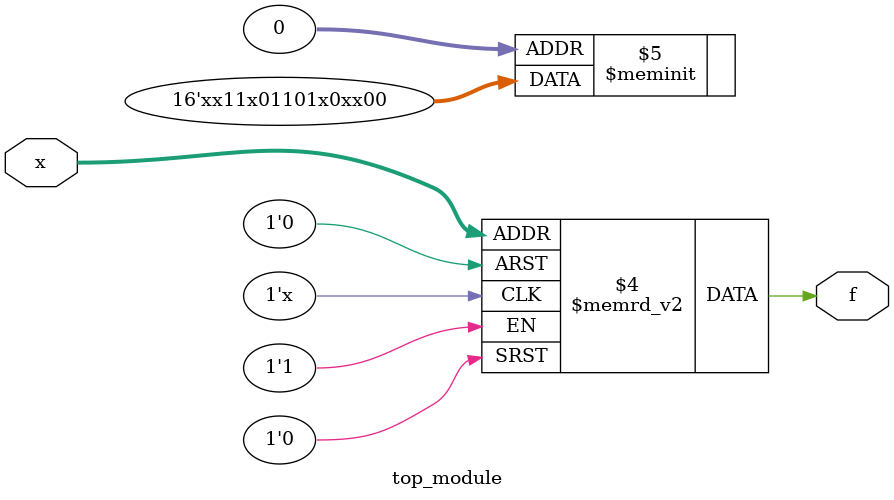
<source format=sv>
module top_module (
	input [4:1] x,
	output logic f
);

always_comb begin
    case (x)
        4'b0000: f = 1'b0;
        4'b0001: f = 1'b0;
        4'b0010: f = 1'bx; // d (don't-care)
        4'b0011: f = 1'bx; // d (don't-care)
        4'b0100: f = 1'b0;
        4'b0101: f = 1'bx; // d (don't-care)
        4'b0110: f = 1'b1;
        4'b0111: f = 1'b0;
        4'b1000: f = 1'b1;
        4'b1001: f = 1'b1;
        4'b1010: f = 1'b0;
        4'b1011: f = 1'bx; // d (don't-care)
        4'b1100: f = 1'b1;
        4'b1101: f = 1'b1;
        4'b1110: f = 1'bx; // d (don't-care)
        4'b1111: f = 1'bx; // d (don't-care)
        default: f = 1'bx; // Default case for safety
    endcase
end

endmodule

</source>
